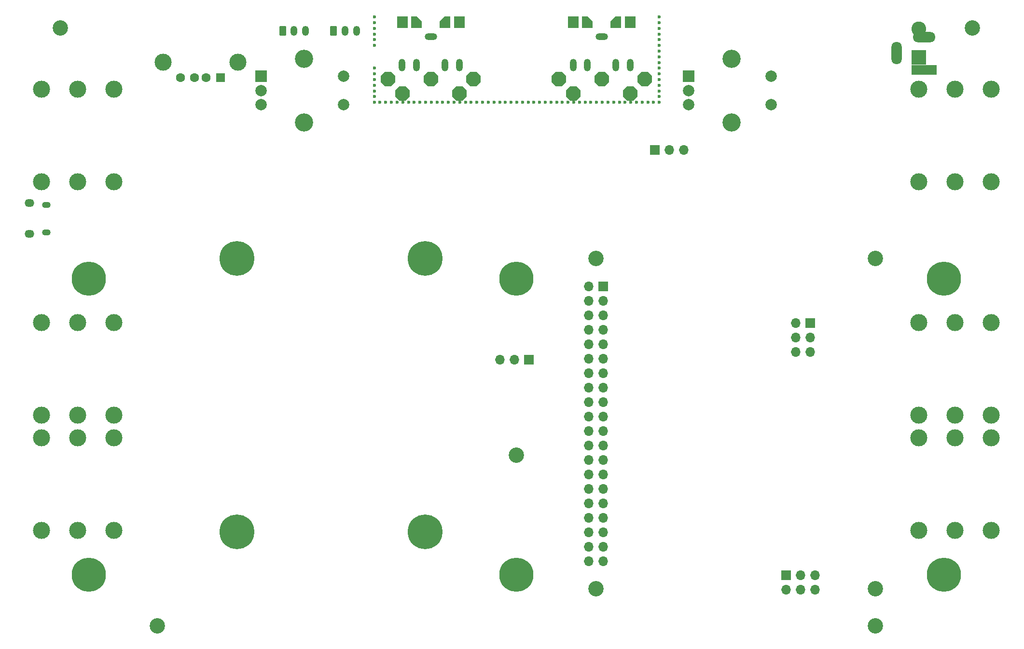
<source format=gbr>
%TF.GenerationSoftware,KiCad,Pcbnew,8.0.6+1*%
%TF.CreationDate,2024-12-16T18:12:13+00:00*%
%TF.ProjectId,pedalboard-hw,70656461-6c62-46f6-9172-642d68772e6b,4.0.1-RC*%
%TF.SameCoordinates,Original*%
%TF.FileFunction,Soldermask,Bot*%
%TF.FilePolarity,Negative*%
%FSLAX46Y46*%
G04 Gerber Fmt 4.6, Leading zero omitted, Abs format (unit mm)*
G04 Created by KiCad (PCBNEW 8.0.6+1) date 2024-12-16 18:12:13*
%MOMM*%
%LPD*%
G01*
G04 APERTURE LIST*
G04 Aperture macros list*
%AMRoundRect*
0 Rectangle with rounded corners*
0 $1 Rounding radius*
0 $2 $3 $4 $5 $6 $7 $8 $9 X,Y pos of 4 corners*
0 Add a 4 corners polygon primitive as box body*
4,1,4,$2,$3,$4,$5,$6,$7,$8,$9,$2,$3,0*
0 Add four circle primitives for the rounded corners*
1,1,$1+$1,$2,$3*
1,1,$1+$1,$4,$5*
1,1,$1+$1,$6,$7*
1,1,$1+$1,$8,$9*
0 Add four rect primitives between the rounded corners*
20,1,$1+$1,$2,$3,$4,$5,0*
20,1,$1+$1,$4,$5,$6,$7,0*
20,1,$1+$1,$6,$7,$8,$9,0*
20,1,$1+$1,$8,$9,$2,$3,0*%
%AMFreePoly0*
4,1,17,0.553688,1.285921,1.285921,0.553688,1.300800,0.517767,1.300800,-0.517767,1.285921,-0.553688,0.553688,-1.285921,0.517767,-1.300800,-0.517767,-1.300800,-0.553688,-1.285921,-1.285921,-0.553688,-1.300800,-0.517767,-1.300800,0.517767,-1.285921,0.553688,-0.553688,1.285921,-0.517767,1.300800,0.517767,1.300800,0.553688,1.285921,0.553688,1.285921,$1*%
%AMFreePoly1*
4,1,14,0.935921,1.035921,0.950800,1.000000,0.950800,-0.100000,0.935921,-0.135921,0.035921,-1.035921,0.000000,-1.050800,-0.900000,-1.050800,-0.935921,-1.035921,-0.950800,-1.000000,-0.950800,1.000000,-0.935921,1.035921,-0.900000,1.050800,0.900000,1.050800,0.935921,1.035921,0.935921,1.035921,$1*%
%AMFreePoly2*
4,1,14,0.935921,1.035921,0.950800,1.000000,0.950800,-1.000000,0.935921,-1.035921,0.900000,-1.050800,0.000000,-1.050800,-0.035921,-1.035921,-0.935921,-0.135921,-0.950800,-0.100000,-0.950800,1.000000,-0.935921,1.035921,-0.900000,1.050800,0.900000,1.050800,0.935921,1.035921,0.935921,1.035921,$1*%
G04 Aperture macros list end*
%ADD10C,2.700000*%
%ADD11O,1.200000X2.200000*%
%ADD12O,2.200000X1.200000*%
%ADD13C,3.000000*%
%ADD14R,4.400000X1.800000*%
%ADD15O,4.000000X1.800000*%
%ADD16O,1.800000X4.000000*%
%ADD17R,2.600000X2.600000*%
%ADD18C,2.600000*%
%ADD19R,1.700000X1.700000*%
%ADD20O,1.700000X1.700000*%
%ADD21C,0.600000*%
%ADD22FreePoly0,180.000000*%
%ADD23FreePoly0,270.000000*%
%ADD24FreePoly1,180.000000*%
%ADD25RoundRect,0.050800X0.900000X1.000000X-0.900000X1.000000X-0.900000X-1.000000X0.900000X-1.000000X0*%
%ADD26FreePoly2,180.000000*%
%ADD27R,2.000000X2.000000*%
%ADD28C,2.000000*%
%ADD29C,3.200000*%
%ADD30O,1.700000X1.350000*%
%ADD31O,1.500000X1.100000*%
%ADD32R,1.600000X1.500000*%
%ADD33C,1.600000*%
%ADD34C,6.100000*%
%ADD35C,6.000000*%
%ADD36RoundRect,0.250000X-0.350000X-0.625000X0.350000X-0.625000X0.350000X0.625000X-0.350000X0.625000X0*%
%ADD37O,1.200000X1.750000*%
G04 APERTURE END LIST*
D10*
%TO.C,H7*%
X168000000Y-121500000D03*
%TD*%
D11*
%TO.C,J3*%
X125000000Y-29500000D03*
X122500000Y-29500000D03*
D12*
X120000000Y-24500000D03*
D11*
X115000000Y-29500000D03*
X117500000Y-29500000D03*
%TD*%
D13*
%TO.C,J8*%
X28050000Y-50000000D03*
X28050000Y-33770000D03*
X21700000Y-50000000D03*
X21700000Y-33770000D03*
X34400000Y-50000000D03*
X34400000Y-33770000D03*
%TD*%
%TO.C,J19*%
X28050000Y-111200000D03*
X28050000Y-94970000D03*
X21700000Y-111200000D03*
X21700000Y-94970000D03*
X34400000Y-111200000D03*
X34400000Y-94970000D03*
%TD*%
D14*
%TO.C,J7*%
X176537200Y-30388600D03*
D15*
X176537200Y-24588600D03*
D16*
X171737200Y-27388600D03*
%TD*%
D17*
%TO.C,J6*%
X175637200Y-28198600D03*
D18*
X175637200Y-23198600D03*
%TD*%
D13*
%TO.C,J20*%
X28050000Y-91000000D03*
X28050000Y-74770000D03*
X21700000Y-91000000D03*
X21700000Y-74770000D03*
X34400000Y-91000000D03*
X34400000Y-74770000D03*
%TD*%
%TO.C,J22*%
X181950000Y-94995000D03*
X181950000Y-111225000D03*
X188300000Y-94995000D03*
X188300000Y-111225000D03*
X175600000Y-94995000D03*
X175600000Y-111225000D03*
%TD*%
D19*
%TO.C,J12*%
X129315000Y-44450000D03*
D20*
X131855000Y-44450000D03*
X134395000Y-44450000D03*
%TD*%
D10*
%TO.C,H6*%
X118980000Y-121520000D03*
%TD*%
D21*
%TO.C,H2*%
X80100000Y-21075000D03*
X80100000Y-22075000D03*
X80100000Y-23075000D03*
X80100000Y-24075000D03*
X80100000Y-25075000D03*
X80100000Y-26075000D03*
X80100000Y-30075000D03*
X80100000Y-31075000D03*
X80100000Y-32075000D03*
X80100000Y-33075000D03*
X80100000Y-34075000D03*
X80100000Y-35075000D03*
X80100000Y-36075000D03*
X81100000Y-36075000D03*
X82100000Y-36075000D03*
X83100000Y-36075000D03*
X84100000Y-36075000D03*
X85100000Y-36075000D03*
X86100000Y-36075000D03*
X87100000Y-36075000D03*
X88100000Y-36075000D03*
X89100000Y-36075000D03*
X90100000Y-36075000D03*
X91100000Y-36075000D03*
X92100000Y-36075000D03*
X93100000Y-36075000D03*
X94100000Y-36075000D03*
X95100000Y-36075000D03*
X96100000Y-36075000D03*
X97100000Y-36075000D03*
X98100000Y-36075000D03*
X99100000Y-36075000D03*
X100100000Y-36075000D03*
X101100000Y-36075000D03*
X102100000Y-36075000D03*
X103100000Y-36075000D03*
X104100000Y-36075000D03*
X105100000Y-36075000D03*
X106100000Y-36075000D03*
X107100000Y-36075000D03*
X108100000Y-36075000D03*
X109100000Y-36075000D03*
X110100000Y-36075000D03*
X111100000Y-36075000D03*
X112100000Y-36075000D03*
X113100000Y-36075000D03*
X114100000Y-36075000D03*
X115100000Y-36075000D03*
X116100000Y-36075000D03*
X117100000Y-36075000D03*
X118100000Y-36075000D03*
X119100000Y-36075000D03*
X120100000Y-36075000D03*
X121100000Y-36075000D03*
X122100000Y-36075000D03*
X123100000Y-36075000D03*
X124100000Y-36075000D03*
X125100000Y-36075000D03*
X126100000Y-36075000D03*
X127100000Y-36075000D03*
X128100000Y-36075000D03*
X129100000Y-36075000D03*
X130100000Y-21075000D03*
X130100000Y-22075000D03*
X130100000Y-23075000D03*
X130100000Y-24075000D03*
X130100000Y-25075000D03*
X130100000Y-26075000D03*
X130100000Y-27075000D03*
X130100000Y-28075000D03*
X130100000Y-29075000D03*
X130100000Y-30075000D03*
X130100000Y-31075000D03*
X130100000Y-32075000D03*
X130100000Y-33075000D03*
X130100000Y-34075000D03*
X130100000Y-35075000D03*
X130100000Y-36075000D03*
%TD*%
D10*
%TO.C,H1*%
X25000000Y-23000000D03*
%TD*%
D13*
%TO.C,J5*%
X181965000Y-33800000D03*
X181965000Y-50030000D03*
X188315000Y-33800000D03*
X188315000Y-50030000D03*
X175615000Y-33800000D03*
X175615000Y-50030000D03*
%TD*%
D10*
%TO.C,H4*%
X168000000Y-63500000D03*
%TD*%
D22*
%TO.C,J4*%
X112500000Y-32000000D03*
D23*
X120000000Y-32000000D03*
D22*
X127500000Y-32000000D03*
X115000000Y-34500000D03*
X125000000Y-34500000D03*
D24*
X122500000Y-22000000D03*
D25*
X125000000Y-22000000D03*
X115000000Y-22000000D03*
D26*
X117500000Y-22000000D03*
%TD*%
D10*
%TO.C,H5*%
X119000000Y-63500000D03*
%TD*%
D27*
%TO.C,SW1*%
X60250000Y-31500000D03*
D28*
X60250000Y-36500000D03*
X60250000Y-34000000D03*
D29*
X67750000Y-28400000D03*
X67750000Y-39600000D03*
D28*
X74750000Y-36500000D03*
X74750000Y-31500000D03*
%TD*%
D10*
%TO.C,H15*%
X168000000Y-128000000D03*
%TD*%
D19*
%TO.C,J16*%
X107225000Y-81300000D03*
D20*
X104685000Y-81300000D03*
X102145000Y-81300000D03*
%TD*%
D13*
%TO.C,J18*%
X181950000Y-74780000D03*
X181950000Y-91010000D03*
X188300000Y-74780000D03*
X188300000Y-91010000D03*
X175600000Y-74780000D03*
X175600000Y-91010000D03*
%TD*%
D30*
%TO.C,J9*%
X19555000Y-53745000D03*
D31*
X22555000Y-54055000D03*
X22555000Y-58895000D03*
D30*
X19555000Y-59205000D03*
%TD*%
D32*
%TO.C,J10*%
X53080000Y-31750000D03*
D33*
X50580000Y-31750000D03*
X48580000Y-31750000D03*
X46080000Y-31750000D03*
D13*
X56150000Y-29040000D03*
X43010000Y-29040000D03*
%TD*%
D34*
%TO.C,CM1*%
X89000000Y-111500000D03*
X89000000Y-63500000D03*
X56000000Y-111500000D03*
X56000000Y-63500000D03*
%TD*%
D10*
%TO.C,H14*%
X42000000Y-128000000D03*
%TD*%
%TO.C,H3*%
X185005615Y-22994385D03*
%TD*%
D27*
%TO.C,SW2*%
X135250000Y-31500000D03*
D28*
X135250000Y-36500000D03*
X135250000Y-34000000D03*
D29*
X142750000Y-28400000D03*
X142750000Y-39600000D03*
D28*
X149750000Y-36500000D03*
X149750000Y-31500000D03*
%TD*%
D10*
%TO.C,H16*%
X105000000Y-98000000D03*
%TD*%
D22*
%TO.C,J2*%
X82500000Y-32000000D03*
D23*
X90000000Y-32000000D03*
D22*
X97500000Y-32000000D03*
X85000000Y-34500000D03*
X95000000Y-34500000D03*
D24*
X92500000Y-22000000D03*
D25*
X95000000Y-22000000D03*
X85000000Y-22000000D03*
D26*
X87500000Y-22000000D03*
%TD*%
D11*
%TO.C,J1*%
X94994500Y-29500000D03*
X92494500Y-29500000D03*
D12*
X89994500Y-24500000D03*
D11*
X84994500Y-29500000D03*
X87494500Y-29500000D03*
%TD*%
D35*
%TO.C,H13*%
X30000000Y-119000000D03*
%TD*%
%TO.C,H9*%
X105000000Y-67000000D03*
%TD*%
%TO.C,H10*%
X30000000Y-67000000D03*
%TD*%
%TO.C,H8*%
X180000000Y-67000000D03*
%TD*%
%TO.C,H12*%
X105000000Y-119000000D03*
%TD*%
D36*
%TO.C,J25*%
X72960000Y-23490000D03*
D37*
X74960000Y-23490000D03*
X76960000Y-23490000D03*
%TD*%
D35*
%TO.C,H11*%
X180000000Y-119000000D03*
%TD*%
D19*
%TO.C,J27*%
X120250000Y-68375600D03*
D20*
X117710000Y-68375600D03*
X120250000Y-70915600D03*
X117710000Y-70915600D03*
X120250000Y-73455600D03*
X117710000Y-73455600D03*
X120250000Y-75995600D03*
X117710000Y-75995600D03*
X120250000Y-78535600D03*
X117710000Y-78535600D03*
X120250000Y-81075600D03*
X117710000Y-81075600D03*
X120250000Y-83615600D03*
X117710000Y-83615600D03*
X120250000Y-86155600D03*
X117710000Y-86155600D03*
X120250000Y-88695600D03*
X117710000Y-88695600D03*
X120250000Y-91235600D03*
X117710000Y-91235600D03*
X120250000Y-93775600D03*
X117710000Y-93775600D03*
X120250000Y-96315600D03*
X117710000Y-96315600D03*
X120250000Y-98855600D03*
X117710000Y-98855600D03*
X120250000Y-101395600D03*
X117710000Y-101395600D03*
X120250000Y-103935600D03*
X117710000Y-103935600D03*
X120250000Y-106475600D03*
X117710000Y-106475600D03*
X120250000Y-109015600D03*
X117710000Y-109015600D03*
X120250000Y-111555600D03*
X117710000Y-111555600D03*
X120250000Y-114095600D03*
X117710000Y-114095600D03*
X120250000Y-116635600D03*
X117710000Y-116635600D03*
D19*
X156555000Y-74845600D03*
D20*
X154015000Y-74845600D03*
X156555000Y-77385600D03*
X154015000Y-77385600D03*
X156555000Y-79925600D03*
X154015000Y-79925600D03*
D19*
X152380000Y-119150600D03*
D20*
X152380000Y-121690600D03*
X154920000Y-119150600D03*
X154920000Y-121690600D03*
X157460000Y-119150600D03*
X157460000Y-121690600D03*
%TD*%
D36*
%TO.C,J26*%
X64030000Y-23500000D03*
D37*
X66030000Y-23500000D03*
X68030000Y-23500000D03*
%TD*%
M02*

</source>
